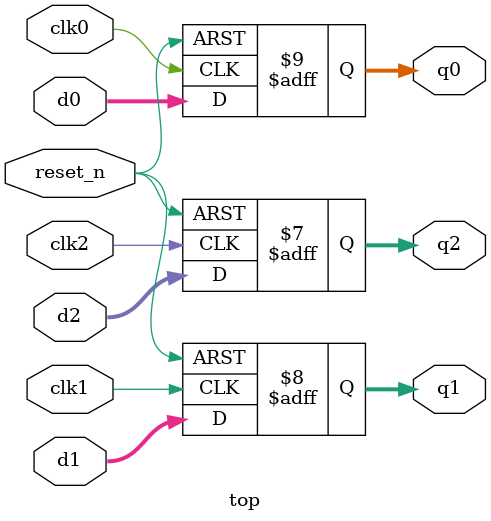
<source format=sv>

module top (
  input      [7:0] d0, d1, d2,
  output reg [7:0] q0, q1, q2,
  input clk0, clk1, clk2, reset_n
);

always @ (posedge clk0 or negedge reset_n) if (~reset_n) q0 <= 0; else q0 <= d0;
always @ (posedge clk1 or negedge reset_n) if (~reset_n) q1 <= 0; else q1 <= d1;
always @ (posedge clk2 or negedge reset_n) if (~reset_n) q2 <= 0; else q2 <= d2;

endmodule

</source>
